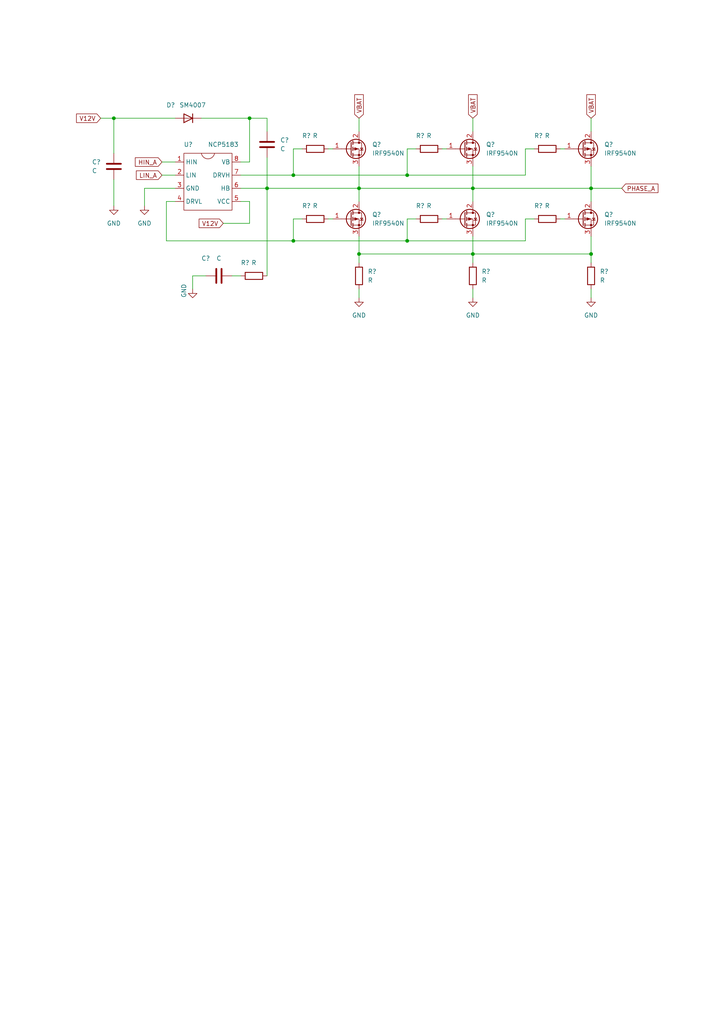
<source format=kicad_sch>
(kicad_sch (version 20211123) (generator eeschema)
  (paper "A4" portrait)
  (lib_symbols
    (symbol "Device:C" (pin_numbers hide) (pin_names (offset 0.254))
      (property "Reference" "C" (at 0.635 2.54 0))
      (property "Value" "C" (at 0.635 -2.54 0))
      (symbol "C_0_1"
        (polyline (pts (xy -2.032 -0.762) (xy 2.032 -0.762)) (stroke (width 0.508)))
        (polyline (pts (xy -2.032 0.762) (xy 2.032 0.762)) (stroke (width 0.508)))
      )
      (symbol "C_1_1"
        (pin passive line (at 0 3.81 270) (length 2.794) (name "~") (number "1"))
        (pin passive line (at 0 -3.81 90) (length 2.794) (name "~") (number "2"))
      )
    )
    (symbol "Device:R" (pin_numbers hide) (pin_names (offset 0))
      (property "Reference" "R" (at 2.032 0 90))
      (property "Value" "R" (at 0 0 90))
      (symbol "R_0_1"
        (rectangle (start -1.016 -2.54) (end 1.016 2.54) (stroke (width 0.254)))
      )
      (symbol "R_1_1"
        (pin passive line (at 0 3.81 270) (length 1.27) (name "~") (number "1"))
        (pin passive line (at 0 -3.81 90) (length 1.27) (name "~") (number "2"))
      )
    )
    (symbol "Diode:SM4007" (pin_numbers hide) (pin_names (offset 1.016) hide)
      (property "Reference" "D" (at 0 2.54 0))
      (property "Value" "SM4007" (at 0 -2.54 0))
      (symbol "SM4007_0_1"
        (polyline (pts (xy -1.27 1.27) (xy -1.27 -1.27)) (stroke (width 0.254)))
        (polyline (pts (xy 1.27 0) (xy -1.27 0)))
        (polyline (pts (xy 1.27 1.27) (xy 1.27 -1.27) (xy -1.27 0) (xy 1.27 1.27)) (stroke (width 0.254)))
      )
      (symbol "SM4007_1_1"
        (pin passive line (at -3.81 0 0) (length 2.54) (name "K") (number "1"))
        (pin passive line (at 3.81 0 180) (length 2.54) (name "A") (number "2"))
      )
    )
    (symbol "Driver_FET:NCP5183"
      (property "Reference" "U" (at 2.54 1.27 0))
      (property "Value" "NCP5183" (at 5.08 3.81 0))
      (symbol "NCP5183_0_1"
        (rectangle (start 0 0) (end 13.97 -16.51))
        (arc (start 5.08 0) (mid 6.985 -1.6157) (end 8.89 0))
      )
      (symbol "NCP5183_1_1"
        (pin bidirectional line (at -2.54 -2.54 0) (length 2.54) (name "HIN") (number "1"))
        (pin bidirectional line (at -2.54 -6.35 0) (length 2.54) (name "LIN") (number "2"))
        (pin bidirectional line (at -2.54 -10.16 0) (length 2.54) (name "GND") (number "3"))
        (pin bidirectional line (at -2.54 -13.97 0) (length 2.54) (name "DRVL") (number "4"))
        (pin bidirectional line (at 16.51 -13.97 180) (length 2.54) (name "VCC") (number "5"))
        (pin bidirectional line (at 16.51 -10.16 180) (length 2.54) (name "HB") (number "6"))
        (pin bidirectional line (at 16.51 -6.35 180) (length 2.54) (name "DRVH") (number "7"))
        (pin bidirectional line (at 16.51 -2.54 180) (length 2.54) (name "VB") (number "8"))
      )
    )
    (symbol "Transistor_FET:IRF9540N" (pin_names hide)
      (property "Reference" "Q" (at 5.08 1.905 0))
      (property "Value" "IRF9540N" (at 5.08 0 0))
      (symbol "IRF9540N_0_1"
        (polyline (pts (xy 0.254 0) (xy -2.54 0)))
        (polyline (pts (xy 0.254 1.905) (xy 0.254 -1.905)) (stroke (width 0.254)))
        (polyline (pts (xy 0.762 -1.27) (xy 0.762 -2.286)) (stroke (width 0.254)))
        (polyline (pts (xy 0.762 0.508) (xy 0.762 -0.508)) (stroke (width 0.254)))
        (polyline (pts (xy 0.762 2.286) (xy 0.762 1.27)) (stroke (width 0.254)))
        (polyline (pts (xy 2.54 2.54) (xy 2.54 1.778)))
        (polyline (pts (xy 2.54 -2.54) (xy 2.54 0) (xy 0.762 0)))
        (polyline (pts (xy 0.762 1.778) (xy 3.302 1.778) (xy 3.302 -1.778) (xy 0.762 -1.778)))
        (polyline (pts (xy 2.286 0) (xy 1.27 0.381) (xy 1.27 -0.381) (xy 2.286 0)) (fill (type outline)))
        (polyline (pts (xy 2.794 -0.508) (xy 2.921 -0.381) (xy 3.683 -0.381) (xy 3.81 -0.254)))
        (polyline (pts (xy 3.302 -0.381) (xy 2.921 0.254) (xy 3.683 0.254) (xy 3.302 -0.381)))
        (circle (center 1.651 0) (radius 2.794) (stroke (width 0.254)))
        (circle (center 2.54 -1.778) (radius 0.254) (fill (type outline)))
        (circle (center 2.54 1.778) (radius 0.254) (fill (type outline)))
      )
      (symbol "IRF9540N_1_1"
        (pin input line (at -5.08 0 0) (length 2.54) (name "G") (number "1"))
        (pin passive line (at 2.54 5.08 270) (length 2.54) (name "D") (number "2"))
        (pin passive line (at 2.54 -5.08 90) (length 2.54) (name "S") (number "3"))
      )
    )
    (symbol "power:GND" (power) (pin_names (offset 0))
      (property "Value" "GND" (at 0 -3.81 0))
      (symbol "GND_0_1"
        (polyline (pts (xy 0 0) (xy 0 -1.27) (xy 1.27 -1.27) (xy 0 -2.54) (xy -1.27 -1.27) (xy 0 -1.27)))
      )
      (symbol "GND_1_1"
        (pin power_in line (at 0 0 270) (length 0) hide (name "GND") (number "1"))
      )
    )
  )
  (junction (at 137.16 73.66))
  (junction (at 33.02 34.29))
  (junction (at 171.45 54.61))
  (junction (at 171.45 73.66))
  (junction (at 85.09 69.85))
  (junction (at 104.14 54.61))
  (junction (at 118.11 69.85))
  (junction (at 72.39 34.29))
  (junction (at 85.09 50.8))
  (junction (at 137.16 54.61))
  (junction (at 104.14 73.66))
  (junction (at 118.11 50.8))
  (junction (at 77.47 54.61))
  (wire (pts (xy 77.47 54.61) (xy 77.47 80.01)))
  (wire (pts (xy 171.45 34.29) (xy 171.45 38.1)))
  (wire (pts (xy 55.88 80.01) (xy 55.88 83.82)))
  (wire (pts (xy 85.09 43.18) (xy 85.09 50.8)))
  (wire (pts (xy 104.14 54.61) (xy 104.14 58.42)))
  (wire (pts (xy 48.26 69.85) (xy 48.26 58.42)))
  (wire (pts (xy 46.99 50.8) (xy 50.8 50.8)))
  (wire (pts (xy 87.63 63.5) (xy 85.09 63.5)))
  (wire (pts (xy 85.09 69.85) (xy 118.11 69.85)))
  (wire (pts (xy 64.77 64.77) (xy 72.39 64.77)))
  (wire (pts (xy 162.56 43.18) (xy 163.83 43.18)))
  (wire (pts (xy 171.45 54.61) (xy 171.45 58.42)))
  (wire (pts (xy 69.85 58.42) (xy 72.39 58.42)))
  (wire (pts (xy 118.11 50.8) (xy 152.4 50.8)))
  (wire (pts (xy 104.14 48.26) (xy 104.14 54.61)))
  (wire (pts (xy 29.21 34.29) (xy 33.02 34.29)))
  (wire (pts (xy 104.14 54.61) (xy 137.16 54.61)))
  (wire (pts (xy 69.85 54.61) (xy 77.47 54.61)))
  (wire (pts (xy 171.45 68.58) (xy 171.45 73.66)))
  (wire (pts (xy 118.11 43.18) (xy 118.11 50.8)))
  (wire (pts (xy 85.09 50.8) (xy 118.11 50.8)))
  (wire (pts (xy 85.09 63.5) (xy 85.09 69.85)))
  (wire (pts (xy 104.14 34.29) (xy 104.14 38.1)))
  (wire (pts (xy 137.16 34.29) (xy 137.16 38.1)))
  (wire (pts (xy 137.16 54.61) (xy 137.16 58.42)))
  (wire (pts (xy 46.99 46.99) (xy 50.8 46.99)))
  (wire (pts (xy 137.16 83.82) (xy 137.16 86.36)))
  (wire (pts (xy 137.16 68.58) (xy 137.16 73.66)))
  (wire (pts (xy 120.65 43.18) (xy 118.11 43.18)))
  (wire (pts (xy 104.14 73.66) (xy 104.14 76.2)))
  (wire (pts (xy 77.47 54.61) (xy 104.14 54.61)))
  (wire (pts (xy 152.4 50.8) (xy 152.4 43.18)))
  (wire (pts (xy 137.16 73.66) (xy 137.16 76.2)))
  (wire (pts (xy 137.16 73.66) (xy 171.45 73.66)))
  (wire (pts (xy 77.47 38.1) (xy 77.47 34.29)))
  (wire (pts (xy 152.4 43.18) (xy 154.94 43.18)))
  (wire (pts (xy 152.4 69.85) (xy 152.4 63.5)))
  (wire (pts (xy 72.39 58.42) (xy 72.39 64.77)))
  (wire (pts (xy 137.16 54.61) (xy 171.45 54.61)))
  (wire (pts (xy 152.4 63.5) (xy 154.94 63.5)))
  (wire (pts (xy 137.16 48.26) (xy 137.16 54.61)))
  (wire (pts (xy 171.45 83.82) (xy 171.45 86.36)))
  (wire (pts (xy 41.91 54.61) (xy 41.91 59.69)))
  (wire (pts (xy 171.45 73.66) (xy 171.45 76.2)))
  (wire (pts (xy 118.11 63.5) (xy 118.11 69.85)))
  (wire (pts (xy 128.27 63.5) (xy 129.54 63.5)))
  (wire (pts (xy 104.14 68.58) (xy 104.14 73.66)))
  (wire (pts (xy 33.02 34.29) (xy 50.8 34.29)))
  (wire (pts (xy 69.85 80.01) (xy 67.31 80.01)))
  (wire (pts (xy 128.27 43.18) (xy 129.54 43.18)))
  (wire (pts (xy 69.85 46.99) (xy 72.39 46.99)))
  (wire (pts (xy 48.26 69.85) (xy 85.09 69.85)))
  (wire (pts (xy 95.25 43.18) (xy 96.52 43.18)))
  (wire (pts (xy 77.47 45.72) (xy 77.47 54.61)))
  (wire (pts (xy 58.42 34.29) (xy 72.39 34.29)))
  (wire (pts (xy 50.8 54.61) (xy 41.91 54.61)))
  (wire (pts (xy 48.26 58.42) (xy 50.8 58.42)))
  (wire (pts (xy 171.45 54.61) (xy 180.34 54.61)))
  (wire (pts (xy 72.39 46.99) (xy 72.39 34.29)))
  (wire (pts (xy 120.65 63.5) (xy 118.11 63.5)))
  (wire (pts (xy 69.85 50.8) (xy 85.09 50.8)))
  (wire (pts (xy 77.47 34.29) (xy 72.39 34.29)))
  (wire (pts (xy 162.56 63.5) (xy 163.83 63.5)))
  (wire (pts (xy 59.69 80.01) (xy 55.88 80.01)))
  (wire (pts (xy 104.14 73.66) (xy 137.16 73.66)))
  (wire (pts (xy 118.11 69.85) (xy 152.4 69.85)))
  (wire (pts (xy 33.02 34.29) (xy 33.02 44.45)))
  (wire (pts (xy 87.63 43.18) (xy 85.09 43.18)))
  (wire (pts (xy 104.14 83.82) (xy 104.14 86.36)))
  (wire (pts (xy 95.25 63.5) (xy 96.52 63.5)))
  (wire (pts (xy 171.45 48.26) (xy 171.45 54.61)))
  (wire (pts (xy 33.02 52.07) (xy 33.02 59.69)))
  (global_label "HIN_A" (shape input) (at 46.99 46.99 180) (property "Intersheet References" "${INTERSHEET_REFS}" (effects hide)))
  (global_label "LIN_A" (shape input) (at 46.99 50.8 180) (property "Intersheet References" "${INTERSHEET_REFS}" (effects hide)))
  (global_label "V12V" (shape input) (at 29.21 34.29 180) (property "Intersheet References" "${INTERSHEET_REFS}" (effects hide)))
  (global_label "VBAT" (shape input) (at 104.14 34.29 90) (property "Intersheet References" "${INTERSHEET_REFS}" (effects hide)))
  (global_label "PHASE_A" (shape input) (at 180.34 54.61 0) (property "Intersheet References" "${INTERSHEET_REFS}" (effects hide)))
  (global_label "VBAT" (shape input) (at 171.45 34.29 90) (property "Intersheet References" "${INTERSHEET_REFS}" (effects hide)))
  (global_label "V12V" (shape input) (at 64.77 64.77 180) (property "Intersheet References" "${INTERSHEET_REFS}" (effects hide)))
  (global_label "VBAT" (shape input) (at 137.16 34.29 90) (property "Intersheet References" "${INTERSHEET_REFS}" (effects hide)))
  (symbol (lib_id "Device:R") (at 91.44 63.5 90) (unit 1)
    (property "Reference" "R?" (at 88.9 59.69 90))
    (property "Value" "R" (at 91.44 59.69 90))
  )
  (symbol (lib_id "Device:R") (at 124.46 63.5 90) (unit 1)
    (property "Reference" "R?" (at 121.92 59.69 90))
    (property "Value" "R" (at 124.46 59.69 90))
  )
  (symbol (lib_id "Device:C") (at 63.5 80.01 90) (unit 1)
    (property "Reference" "C?" (at 59.69 74.93 90))
    (property "Value" "C" (at 63.5 74.93 90))
  )
  (symbol (lib_id "Device:R") (at 158.75 63.5 90) (unit 1)
    (property "Reference" "R?" (at 156.21 59.69 90))
    (property "Value" "R" (at 158.75 59.69 90))
  )
  (symbol (lib_id "Device:R") (at 137.16 80.01 180) (unit 1)
    (property "Reference" "R?" (at 139.7 78.7399 0) (effects (justify right)))
    (property "Value" "R" (at 139.7 81.2799 0) (effects (justify right)))
  )
  (symbol (lib_id "Device:R") (at 158.75 43.18 90) (unit 1)
    (property "Reference" "R?" (at 156.21 39.37 90))
    (property "Value" "R" (at 158.75 39.37 90))
  )
  (symbol (lib_id "Transistor_FET:IRF9540N") (at 134.62 43.18 0) (unit 1)
    (property "Reference" "Q?" (at 140.97 41.9099 0) (effects (justify left)))
    (property "Value" "IRF9540N" (at 140.97 44.4499 0) (effects (justify left)))
    (property "Footprint" "Package_TO_SOT_THT:TO-220-3_Vertical" (effects hide))
    (property "Datasheet" "http://www.irf.com/product-info/datasheets/data/irf9540n.pdf" (effects hide))
  )
  (symbol (lib_id "Transistor_FET:IRF9540N") (at 101.6 63.5 0) (unit 1)
    (property "Reference" "Q?" (at 107.95 62.2299 0) (effects (justify left)))
    (property "Value" "IRF9540N" (at 107.95 64.7699 0) (effects (justify left)))
    (property "Footprint" "Package_TO_SOT_THT:TO-220-3_Vertical" (effects hide))
    (property "Datasheet" "http://www.irf.com/product-info/datasheets/data/irf9540n.pdf" (effects hide))
  )
  (symbol (lib_id "Transistor_FET:IRF9540N") (at 101.6 43.18 0) (unit 1)
    (property "Reference" "Q?" (at 107.95 41.9099 0) (effects (justify left)))
    (property "Value" "IRF9540N" (at 107.95 44.4499 0) (effects (justify left)))
    (property "Footprint" "Package_TO_SOT_THT:TO-220-3_Vertical" (effects hide))
    (property "Datasheet" "http://www.irf.com/product-info/datasheets/data/irf9540n.pdf" (effects hide))
  )
  (symbol (lib_id "Transistor_FET:IRF9540N") (at 168.91 43.18 0) (unit 1)
    (property "Reference" "Q?" (at 175.26 41.9099 0) (effects (justify left)))
    (property "Value" "IRF9540N" (at 175.26 44.4499 0) (effects (justify left)))
    (property "Footprint" "Package_TO_SOT_THT:TO-220-3_Vertical" (effects hide))
    (property "Datasheet" "http://www.irf.com/product-info/datasheets/data/irf9540n.pdf" (effects hide))
  )
  (symbol (lib_id "Device:C") (at 33.02 48.26 0) (unit 1)
    (property "Reference" "C?" (at 26.67 46.99 0) (effects (justify left)))
    (property "Value" "C" (at 26.67 49.53 0) (effects (justify left)))
  )
  (symbol (lib_id "Device:C") (at 77.47 41.91 0) (unit 1)
    (property "Reference" "C?" (at 81.28 40.6399 0) (effects (justify left)))
    (property "Value" "C" (at 81.28 43.1799 0) (effects (justify left)))
  )
  (symbol (lib_id "power:GND") (at 55.88 83.82 0) (unit 1)
    (property "Reference" "#PWR?" (effects hide))
    (property "Value" "GND" (at 53.34 86.36 90) (effects (justify left)))
  )
  (symbol (lib_id "power:GND") (at 33.02 59.69 0) (unit 1)
    (property "Reference" "#PWR?" (effects hide))
    (property "Value" "GND" (at 33.02 64.77 0))
  )
  (symbol (lib_id "power:GND") (at 104.14 86.36 0) (unit 1)
    (property "Reference" "#PWR?" (effects hide))
    (property "Value" "GND" (at 104.14 91.44 0))
  )
  (symbol (lib_id "power:GND") (at 171.45 86.36 0) (unit 1)
    (property "Reference" "#PWR?" (effects hide))
    (property "Value" "GND" (at 171.45 91.44 0))
  )
  (symbol (lib_id "Diode:SM4007") (at 54.61 34.29 180) (unit 1)
    (property "Reference" "D?" (at 49.53 30.48 0))
    (property "Value" "SM4007" (at 55.88 30.48 0))
    (property "Footprint" "Diode_SMD:D_MELF" (effects hide))
    (property "Datasheet" "http://cdn-reichelt.de/documents/datenblatt/A400/SMD1N400%23DIO.pdf" (effects hide))
  )
  (symbol (lib_id "power:GND") (at 137.16 86.36 0) (unit 1)
    (property "Reference" "#PWR?" (effects hide))
    (property "Value" "GND" (at 137.16 91.44 0))
  )
  (symbol (lib_id "Transistor_FET:IRF9540N") (at 168.91 63.5 0) (unit 1)
    (property "Reference" "Q?" (at 175.26 62.2299 0) (effects (justify left)))
    (property "Value" "IRF9540N" (at 175.26 64.7699 0) (effects (justify left)))
    (property "Footprint" "Package_TO_SOT_THT:TO-220-3_Vertical" (effects hide))
    (property "Datasheet" "http://www.irf.com/product-info/datasheets/data/irf9540n.pdf" (effects hide))
  )
  (symbol (lib_id "Device:R") (at 104.14 80.01 180) (unit 1)
    (property "Reference" "R?" (at 106.68 78.7399 0) (effects (justify right)))
    (property "Value" "R" (at 106.68 81.2799 0) (effects (justify right)))
  )
  (symbol (lib_id "Device:R") (at 171.45 80.01 180) (unit 1)
    (property "Reference" "R?" (at 173.99 78.7399 0) (effects (justify right)))
    (property "Value" "R" (at 173.99 81.2799 0) (effects (justify right)))
  )
  (symbol (lib_id "power:GND") (at 41.91 59.69 0) (unit 1)
    (property "Reference" "#PWR?" (effects hide))
    (property "Value" "GND" (at 41.91 64.77 0))
  )
  (symbol (lib_id "Driver_FET:NCP5183") (at 53.34 44.45 0) (unit 1)
    (property "Reference" "U?" (at 54.61 41.91 0))
    (property "Value" "NCP5183" (at 64.77 41.91 0))
    (property "Footprint" "Package_SO:SOIC-8_3.9x4.9mm_P1.27mm" (effects hide))
  )
  (symbol (lib_id "Device:R") (at 73.66 80.01 90) (unit 1)
    (property "Reference" "R?" (at 71.12 76.2 90))
    (property "Value" "R" (at 73.66 76.2 90))
  )
  (symbol (lib_id "Transistor_FET:IRF9540N") (at 134.62 63.5 0) (unit 1)
    (property "Reference" "Q?" (at 140.97 62.2299 0) (effects (justify left)))
    (property "Value" "IRF9540N" (at 140.97 64.7699 0) (effects (justify left)))
    (property "Footprint" "Package_TO_SOT_THT:TO-220-3_Vertical" (effects hide))
    (property "Datasheet" "http://www.irf.com/product-info/datasheets/data/irf9540n.pdf" (effects hide))
  )
  (symbol (lib_id "Device:R") (at 91.44 43.18 90) (unit 1)
    (property "Reference" "R?" (at 88.9 39.37 90))
    (property "Value" "R" (at 91.44 39.37 90))
  )
  (symbol (lib_id "Device:R") (at 124.46 43.18 90) (unit 1)
    (property "Reference" "R?" (at 121.92 39.37 90))
    (property "Value" "R" (at 124.46 39.37 90))
  )
)
</source>
